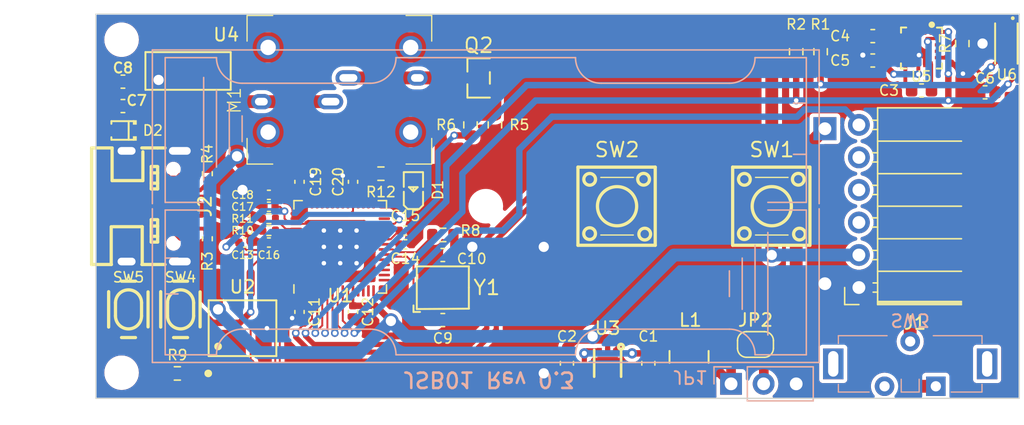
<source format=kicad_pcb>
(kicad_pcb (version 20221018) (generator pcbnew)
  (title_block (title "JSB01") (date "2023-09-04") (rev "0.3"))
  (layers (0 "F.Cu" signal) (31 "B.Cu" signal) (34 "B.Paste" user) (35 "F.Paste" user) (36 "B.SilkS" user "B.Silkscreen") (37 "F.SilkS" user "F.Silkscreen") (38 "B.Mask" user) (39 "F.Mask" user) (44 "Edge.Cuts" user))
  (net 0 "")
  (net 1 "Net-(Q2-G)")
  (net 2 "GND")
  (net 3 "Net-(U5-SETC)")
  (net 4 "Net-(U5-SETP)")
  (net 5 "Net-(JP1-C)")
  (net 6 "Net-(U5-C1)")
  (net 7 "Net-(JP1-A)")
  (net 8 "Net-(BT1-+)")
  (net 10 "Net-(U6-DVI)")
  (net 11 "XIN")
  (net 12 "Net-(Y1-OSC2)")
  (net 13 "+1V1")
  (net 14 "Net-(D1-A)")
  (net 15 "Net-(J2-CC1)")
  (net 19 "Net-(M1--)")
  (net 20 "SONAR_PW")
  (net 21 "SDA")
  (net 22 "SCL")
  (net 23 "VIB")
  (net 24 "SW1")
  (net 25 "SW2")
  (net 26 "+3V3")
  (net 27 "USB_DP")
  (net 28 "USB_DM")
  (net 30 "Net-(J2-CC2)")
  (net 32 "Net-(U3-SW)")
  (net 33 "XOUT")
  (net 34 "Net-(R9-Pad1)")
  (net 35 "QSPI_SS")
  (net 36 "Net-(U1-USB_DP)")
  (net 37 "Net-(U1-GPIO25)")
  (net 38 "Net-(U1-USB_DM)")
  (net 39 "RESET")
  (net 40 "unconnected-(U1-GPIO3-Pad5)")
  (net 65 "QSPI_SD3")
  (net 66 "QSPI_SCLK")
  (net 67 "QSPI_SD0")
  (net 68 "QSPI_SD2")
  (net 69 "QSPI_SD1")
  (net 76 "Net-(D2-K)")
  (net 77 "Net-(D2-A)")
  (footprint "Resistor_SMD:R_0603_1608Metric" (layer "F.Cu") (at 47.625 35.56 180)
    (fp_text reference "R12")
    (fp_text value "470")
  )
  (footprint "Capacitor_SMD:C_0603_1608Metric" (layer "F.Cu") (at 27.505 30.28 180)
    (fp_text reference "C7")
    (fp_text value "10uF")
  )
  (footprint "JSB01_Lib:OSC-SMD_4P-L3.2-W2.5" (layer "F.Cu") (at 52.451 44.45)
    (fp_text reference "Y1")
    (fp_text value "TAXM12M4RLBDDT2T" hide)
  )
  (footprint "JSB01_Lib:PinSocket_1x06_P2.54mm_Horizontal" (layer "F.Cu") (at 84.9 38.1 180)
    (fp_text reference "J1")
    (fp_text value "MB10XX Sonar")
  )
  (footprint "Capacitor_SMD:C_0603_1608Metric" (layer "F.Cu") (at 52.451 46.99 180)
    (fp_text reference "C9")
    (fp_text value "33p")
  )
  (footprint "Jumper:SolderJumper-2_P1.3mm_Open_RoundedPad1.0x1.5mm" (layer "F.Cu") (at 76.835 48.895 180)
    (fp_text reference "JP2")
    (fp_text value "SolderJumper_2_Open")
  )
  (footprint "JSB01_Lib:IND-SMD_L3.0-W3.0_VLS3010ET" (layer "F.Cu") (at 71.655 49.865 -90)
    (fp_text reference "L1")
    (fp_text value "3.3μH")
  )
  (footprint "Capacitor_SMD:C_0603_1608Metric" (layer "F.Cu") (at 89.785 29.0635 180)
    (fp_text reference "C3")
    (fp_text value "0.22uF")
  )
  (footprint "Capacitor_SMD:C_0402_1005Metric" (layer "F.Cu") (at 41.275 36.195 90)
    (fp_text reference "C19")
    (fp_text value "100n")
  )
  (footprint "Resistor_SMD:R_0603_1608Metric" (layer "F.Cu") (at 80.01 26.035 -90)
    (fp_text reference "R2")
    (fp_text value "10KΩ")
  )
  (footprint "Capacitor_SMD:C_0603_1608Metric" (layer "F.Cu") (at 85.982 24.8185 180)
    (fp_text reference "C4")
    (fp_text value "0.1uF")
  )
  (footprint "JSB01_Lib:LED0603-RD_GREEN" (layer "F.Cu") (at 50.165 36.83 90)
    (fp_text reference "D1")
    (fp_text value "LED" hide)
  )
  (footprint "JSB01_Lib:SOD-323_L1.8-W1.3-LS2.5-RD" (layer "F.Cu") (at 27.505 32.185 180)
    (fp_text reference "D2")
    (fp_text value "NSR0320MW2T1G" hide)
  )
  (footprint "JSB01_Lib:Tactile Switch_SMD" (layer "F.Cu") (at 78.105 38.1)
    (fp_text reference "SW1")
    (fp_text value "Tactile" hide)
  )
  (footprint "Capacitor_SMD:C_0402_1005Metric" (layer "F.Cu") (at 38.8875 37.215 180)
    (fp_text reference "C18")
    (fp_text value "100n")
  )
  (footprint "JSB01_Lib:AO3400A" (layer "F.Cu") (at 55.245 28.084)
    (fp_text reference "Q2")
    (fp_text value "AO3400A" hide)
  )
  (footprint "Capacitor_SMD:C_0402_1005Metric" (layer "F.Cu") (at 41.275 46.355 -90)
    (fp_text reference "C11")
    (fp_text value "100n")
  )
  (footprint "JSB01_Lib:LGA-16_L3.0-W3.0-P0.50-BL_SQ" (layer "F.Cu") (at 89.785 25.7535 180)
    (fp_text reference "U5")
    (fp_text value "QMC5883L(0x0D)")
  )
  (footprint "Resistor_SMD:R_0402_1005Metric" (layer "F.Cu") (at 34.09 40.64 -90)
    (fp_text reference "R3")
    (fp_text value "5.1K")
  )
  (footprint "JSB01_Lib:WSOF-6_L2.6-W1.6-P0.50-TL-EP" (layer "F.Cu") (at 96.4 25.4 -90)
    (fp_text reference "U6")
    (fp_text value "BH1750FVI(0x23)")
  )
  (footprint "Capacitor_SMD:C_0402_1005Metric" (layer "F.Cu") (at 49.53 40.005)
    (fp_text reference "C15")
    (fp_text value "100n")
  )
  (footprint "Resistor_SMD:R_0603_1608Metric" (layer "F.Cu") (at 52.451 40.345 180)
    (fp_text reference "R8")
    (fp_text value "1K")
  )
  (footprint "Capacitor_SMD:C_0603_1608Metric" (layer "F.Cu") (at 94.742 29.21 180)
    (fp_text reference "C6")
    (fp_text value "1uF")
  )
  (footprint "JSB01_Lib:LD14" (layer "F.Cu") (at 44.385 29.01 90)
    (fp_text reference "M1")
    (fp_text value "LD14")
  )
  (footprint "JSB01_Lib:KEY-SMD_4P-L4.2-W3.2" (layer "F.Cu") (at 27.94 46.155 -90)
    (fp_text reference "SW5")
    (fp_text value "SKRPABE010" hide)
  )
  (footprint "Resistor_SMD:R_0603_1608Metric" (layer "F.Cu") (at 31.75 51.155)
    (fp_text reference "R9")
    (fp_text value "1k")
  )
  (footprint "Resistor_SMD:R_0402_1005Metric" (layer "F.Cu") (at 38.8875 40.005)
    (fp_text reference "R10")
    (fp_text value "27.4")
  )
  (footprint "JSB01_Lib:WSON-6_L2.0-W2.0-P0.65-BL-EP" (layer "F.Cu") (at 65.305 50.365 180)
    (fp_text reference "U3")
    (fp_text value "TPS61291DRVR")
  )
  (footprint "Capacitor_SMD:C_0402_1005Metric" (layer "F.Cu") (at 38.8875 38.145 180)
    (fp_text reference "C17")
    (fp_text value "100n")
  )
  (footprint "JSB01_Lib:KEY-SMD_4P-L4.2-W3.2" (layer "F.Cu") (at 32 46.155 -90)
    (fp_text reference "SW4")
    (fp_text value "SKRPABE010" hide)
  )
  (footprint "Resistor_SMD:R_0603_1608Metric" (layer "F.Cu") (at 92.964 25.4 -90)
    (fp_text reference "R7")
    (fp_text value "1K")
  )
  (footprint "Resistor_SMD:R_0402_1005Metric" (layer "F.Cu") (at 34.09 35.56 90)
    (fp_text reference "R4")
    (fp_text value "5.1K")
  )
  (footprint "Capacitor_SMD:C_0603_1608Metric" (layer "F.Cu") (at 62.13 50.365 -90)
    (fp_text reference "C2")
    (fp_text value "22uF")
  )
  (footprint "Resistor_SMD:R_0603_1608Metric" (layer "F.Cu") (at 81.915 26.035 -90)
    (fp_text reference "R1")
    (fp_text value "10KΩ")
  )
  (footprint "JSB01_Lib:SOP-8-208mil" (layer "F.Cu") (at 36.83 47.625)
    (fp_text reference "U2")
    (fp_text value "W25Q128JVSIQ" hide)
  )
  (footprint "JSB01_Lib:USB-C-SMD_TYPE-C-16P-1" (layer "F.Cu") (at 30.2 38.1 -90)
    (fp_text reference "J2")
    (fp_text value "USB_C_Receptacle_USB2.0" hide)
  )
  (footprint "JSB01_Lib:RP2040-QFN-56" (layer "F.Cu") (at 44.45 41.275 90)
    (fp_text reference "U1")
    (fp_text value "RP2040")
  )
  (footprint "JSB01_Lib:Tactile Switch_SMD" (layer "F.Cu") (at 66.04 38.1)
    (fp_text reference "SW2")
    (fp_text value "Tactile" hide)
  )
  (footprint "Capacitor_SMD:C_0402_1005Metric" (layer "F.Cu") (at 38.89 40.935 180)
    (fp_text reference "C16")
    (fp_text value "100n")
  )
  (footprint "Capacitor_SMD:C_0402_1005Metric" (layer "F.Cu") (at 37.03 40.935)
    (fp_text reference "C13")
    (fp_text value "100n")
  )
  (footprint "Capacitor_SMD:C_0603_1608Metric" (layer "F.Cu") (at 68.48 50.365 -90)
    (fp_text reference "C1")
    (fp_text value "10uF")
  )
  (footprint "MountingHole:MountingHole_2.2mm_M2" (layer "F.Cu") (at 27.4 25.1)
    (fp_text reference "REF**" hide)
    (fp_text value "MountingHole_2.2mm_M2")
  )
  (footprint "JSB01_Lib:SOT-223-3_L6.5-W3.4" (layer "F.Cu") (at 32.585 27.64 -90)
    (fp_text reference "U4")
    (fp_text value "AMS1117-3.3" hide)
  )
  (footprint "Capacitor_SMD:C_0402_1005Metric" (layer "F.Cu") (at 49.53 41.075)
    (fp_text reference "C14")
    (fp_text value "100n")
  )
  (footprint "MountingHole:MountingHole_2.2mm_M2" (layer "F.Cu") (at 27.4 51.1)
    (fp_text reference "REF**" hide)
    (fp_text value "MountingHole_2.2mm_M2")
  )
  (footprint "Capacitor_SMD:C_0402_1005Metric" (layer "F.Cu") (at 45.45 46.355 -90)
    (fp_text reference "C12")
    (fp_text value "100n")
  )
  (footprint "Capacitor_SMD:C_0402_1005Metric" (layer "F.Cu") (at 45.45 36.195 90)
    (fp_text reference "C20")
    (fp_text value "100n")
  )
  (footprint "Resistor_SMD:R_0603_1608Metric" (layer "F.Cu") (at 54.61 31.75 90)
    (fp_text reference "R6")
    (fp_text value "20KΩ")
  )
  (footprint "Capacitor_SMD:C_0603_1608Metric" (layer "F.Cu") (at 27.505 28.375 180)
    (fp_text reference "C8")
    (fp_text value "10uF")
  )
  (footprint "Capacitor_SMD:C_0603_1608Metric" (layer "F.Cu") (at 85.982 26.7235 180)
    (fp_text reference "C5")
    (fp_text value "4.7uF")
  )
  (footprint "Capacitor_SMD:C_0603_1608Metric" (layer "F.Cu") (at 52.451 41.91)
    (fp_text reference "C10")
    (fp_text value "33p")
  )
  (footprint "Resistor_SMD:R_0603_1608Metric" (layer "F.Cu") (at 56.515 31.75 -90)
    (fp_text reference "R5")
    (fp_text value "100KΩ")
  )
  (footprint "Resistor_SMD:R_0402_1005Metric" (layer "F.Cu") (at 38.8875 39.075)
    (fp_text reference "R11")
    (fp_text value "27.4")
  )
  (footprint "JSB01_Lib:BatteryHolder SN4-2PC" (layer "B.Cu") (at 55.8 38.1)
    (fp_text reference "BT1" hide)
    (fp_text value "2xAAA")
  )
  (footprint "JSB01_Lib:Jumper_1x03_P2.54mm" (layer "B.Cu") (at 77.47 51.97)
    (fp_text reference "JP1")
    (fp_text value "for measure I/V")
  )
  (footprint "JSB01_Lib:SW_Slide_ESD1752" (layer "B.Cu") (at 88.9 50.41)
    (fp_text reference "SW3")
    (fp_text value "Slide")
  )
  (gr_rect (start 25.4 23.1) (end 97.4 53.1) (stroke (width 0.1)) (fill none) (layer "Edge.Cuts"))
  (gr_text "JSB01 Rev 0.3" (at 62.865 51.635 180) (layer "B.SilkS") (effects (font (size 1.2 1.2) (thickness 0.2) bold) (justify right mirror)))
  (segment (start 56.515 30.925) (end 56.515 29.4) (width 1) (layer "F.Cu") (net 1))
  (segment (start 54.61 30.925) (end 56.515 30.925) (width 1) (layer "F.Cu") (net 1))
  (segment (start 60.325 41.894324) (end 61.84 40.35) (width 1) (layer "F.Cu") (net 2))
  (segment (start 41.275 46.835) (end 40.6 46.835) (width 0.5) (layer "F.Cu") (net 2))
  (segment (start 61.413674 52.265) (end 67.5 52.265) (width 1) (layer "F.Cu") (net 2))
  (segment (start 30.285 30.61) (end 30.285 28.24) (width 1) (layer "F.Cu") (net 2))
  (segment (start 50.168 39.847) (end 50.01 40.005) (width 0.5) (layer "F.Cu") (net 2))
  (segment (start 89.085 26.7235) (end 89.06 26.7485) (width 0.25) (layer "F.Cu") (net 2))
  (segment (start 85.207 26.0885) (end 85.207 26.303) (width 0.5) (layer "F.Cu") (net 2))
  (segment (start 62.13 51.635) (end 62.765 52.27) (width 1) (layer "F.Cu") (net 2))
  (segment (start 85.207 26.0885) (end 85.207 24.8185) (width 1) (layer "F.Cu") (net 2))
  (segment (start 60.325 51.147002) (end 41.622002 51.147002) (width 1) (layer "F.Cu") (net 2))
  (segment (start 50.01 40.005) (end 50.01 41.075) (width 0.5) (layer "F.Cu") (net 2))
  (segment (start 82.305 40.35) (end 82.305 44.095) (width 1.2) (layer "F.Cu") (net 2))
  (segment (start 82.305 44.095) (end 82.25 44.15) (width 1.2) (layer "F.Cu") (net 2))
  (segment (start 29.015 44.055) (end 29.015 42.615) (width 1) (layer "F.Cu") (net 2))
  (segment (start 60.302678 51.14) (end 60.295676 51.147002) (width 1) (layer "F.Cu") (net 2))
  (segment (start 86.995 29.845) (end 85.207 28.057) (width 1) (layer "F.Cu") (net 2))
  (segment (start 40.283 49.808) (end 41.622002 51.147002) (width 0.4) (layer "F.Cu") (net 2))
  (segment (start 60.295676 51.147002) (end 61.413674 52.265) (width 1) (layer "F.Cu") (net 2))
  (segment (start 95.9 23.973) (end 95.9 24.9) (width 0.3) (layer "F.Cu") (net 2))
  (segment (start 67.5 52.265) (end 68.425 51.34) (width 1) (layer "F.Cu") (net 2))
  (segment (start 38.4075 38.145) (end 38.4075 37.215) (width 0.5) (layer "F.Cu") (net 2))
  (segment (start 85.207 28.057) (end 85.207 26.7235) (width 1) (layer "F.Cu") (net 2))
  (segment (start 51.676 43.25) (end 51.351 43.575) (width 0.5) (layer "F.Cu") (net 2))
  (segment (start 36.776356 40.14973) (end 35.146874 40.14973) (width 0.4) (layer "F.Cu") (net 2))
  (segment (start 37.51 40.935) (end 37.51 40.685) (width 0.4) (layer "F.Cu") (net 2))
  (segment (start 82.25 44.15) (end 84.6 44.15) (width 1.2) (layer "F.Cu") (net 2))
  (segment (start 53.226 47.739) (end 52.72 48.245) (width 0.5) (layer "F.Cu") (net 2))
  (segment (start 29.21 42.42) (end 31.94 42.42) (width 1) (layer "F.Cu") (net 2))
  (segment (start 84.6 44.15) (end 84.9 44.45) (width 1.2) (layer "F.Cu") (net 2))
  (segment (start 51.755 43.575) (end 51.351 43.575) (width 0.3) (layer "F.Cu") (net 2))
  (segment (start 31.844573 46.67) (end 30.165 46.67) (width 1) (layer "F.Cu") (net 2))
  (segment (start 38.41 40.935) (end 37.51 40.935) (width 0.5) (layer "F.Cu") (net 2))
  (segment (start 65.305 51.34) (end 65.955 51.34) (width 0.5) (layer "F.Cu") (net 2))
  (segment (start 93.015 27.75) (end 93.015 29.21) (width 1) (layer "F.Cu") (net 2))
  (segment (start 92.019214 31.115) (end 86.995 31.115) (width 1) (layer "F.Cu") (net 2))
  (segment (start 27.79 33.78) (end 31.94 33.78) (width 1) (layer "F.Cu") (net 2))
  (segment (start 33.075 48.255) (end 33.075 47.900427) (width 1) (layer "F.Cu") (net 2))
  (segment (start 33.94 41.3) (end 34.09 41.15) (width 0.5) (layer "F.Cu") (net 2))
  (segment (start 33.94 34.9) (end 34.09 35.05) (width 0.5) (layer "F.Cu") (net 2))
  (segment (start 47.8875 42.275) (end 48.384619 42.275) (width 0.15) (layer "F.Cu") (net 2))
  (segment (start 40.283 47.252) (end 40.283 49.808) (width 0.4) (layer "F.Cu") (net 2))
  (segment (start 90.035 26.453) (end 89.785 26.3) (width 0.3) (layer "F.Cu") (net 2))
  (segment (start 32.61 34.9) (end 33.94 34.9) (width 0.5) (layer "F.Cu") (net 2))
  (segment (start 89.06 26.9915) (end 89.035 27.0165) (width 0.25) (layer "F.Cu") (net 2))
  (segment (start 89.06 26.7485) (end 89.06 26.9915) (width 0.25) (layer "F.Cu") (net 2))
  (segment (start 85.207 26.7235) (end 85.207 26.0885) (width 1) (layer "F.Cu") (net 2))
  (segment (start 53.551 45.325) (end 53.505 45.325) (width 0.3) (layer "F.Cu") (net 2))
  (segment (start 53.551 45.325) (end 53.551 46.665) (width 0.5) (layer "F.Cu") (net 2))
  (segment (start 65.755 51.24) (end 65.755 50.915) (width 0.5) (layer "F.Cu") (net 2))
  (segment (start 56.96 32.575) (end 57.715 31.82) (width 1) (layer "F.Cu") (net 2))
  (segment (start 31.94 33.78) (end 31.94 34.23) (width 0.5) (layer "F.Cu") (net 2))
  (segment (start 38.735 47.625) (end 38.735 51.155) (width 0.75) (layer "F.Cu") (net 2))
  (segment (start 65.305 50.365) (end 65.305 51.34) (width 0.5) (layer "F.Cu") (net 2))
  (segment (start 62.765 52.27) (end 65.05 52.27) (width 1) (layer "F.Cu") (net 2))
  (segment (start 51.676 41.91) (end 51.676 43.25) (width 0.5) (layer "F.Cu") (net 2))
  (segment (start 48.384619 42.275) (end 49.53 43.420381) (width 0.15) (layer "F.Cu") (net 2))
  (segment (start 54.751 41.416) (end 54.61 41.275) (width 0.5) (layer "F.Cu") (net 2))
  (segment (start 27.455 33.445) (end 27.79 33.78) (width 0.5) (layer "F.Cu") (net 2))
  (segment (start 45.45 35.715) (end 44.65 35.715) (width 0.5) (layer "F.Cu") (net 2))
  (segment (start 93.015 30.119214) (end 92.019214 31.115) (width 1) (layer "F.Cu") (net 2))
  (segment (start 46.86 48.245) (end 45.45 46.835) (width 0.5) (layer "F.Cu") (net 2))
  (segment (start 26.73 30.28) (end 27.4 31.005) (width 0.5) (layer "F.Cu") (net 2))
  (segment (start 53.551 46.665) (end 53.226 46.99) (width 0.5) (layer "F.Cu") (net 2))
  (segment (start 57.715 27.87) (end 56.979 27.134) (width 1) (layer "F.Cu") (net 2))
  (segment (start 57.715 31.82) (end 57.715 27.87) (width 1) (layer "F.Cu") (net 2))
  (segment (start 90.035 27.0165) (end 90.035 26.453) (width 0.3) (layer "F.Cu") (net 2))
  (segment (start 84.9 44.45) (end 86.995 42.355) (width 1) (layer "F.Cu") (net 2))
  (segment (start 49.53 48.245) (end 46.86 48.245) (width 0.5) (layer "F.Cu") (net 2))
  (segment (start 27.4 31.005) (end 27.4 33.445) (width 0.5) (layer "F.Cu") (net 2))
  (segment (start 56.515 32.575) (end 52.165 36.925) (width 1) (layer "F.Cu") (net 2))
  (segment (start 53.551 45.325) (end 54.751 45.325) (width 0.5) (layer "F.Cu") (net 2))
  (segment (start 41.275 35.715) (end 42.25 35.715) (width 0.5) (layer "F.Cu") (net 2))
  (segment (start 65.725 51.34) (end 68.425 51.34) (width 1) (layer "F.Cu") (net 2))
  (segment (start 68.28 51.34) (end 68.48 51.14) (width 0.5) (layer "F.Cu") (net 2))
  (segment (start 96.4 23.973) (end 96.4 25.4) (width 0.3) (layer "F.Cu") (net 2))
  (segment (start 56.515 32.575) (end 56.96 32.575) (width 1) (layer "F.Cu") (net 2))
  (segment (start 32.61 41.75) (end 31.94 42.42) (width 0.5) (layer "F.Cu") (net 2))
  (segment (start 56.979 27.134) (end 56.1825 27.134) (width 1) (layer "F.Cu") (net 2))
  (segment (start 53.226 46.99) (end 53.226 47.739) (width 0.5) (layer "F.Cu") (net 2))
  (segment (start 40.7 46.835) (end 40.283 47.252) (width 0.4) (layer "F.Cu") (net 2))
  (segment (start 49.53 43.420381) (end 49.53 48.245) (width 0.5) (layer "F.Cu") (net 2))
  (segment (start 51.461 37.629) (end 50.168 37.629) (width 1) (layer "F.Cu") (net 2))
  (segment (start 93.967 29.21) (end 93.015 29.21) (width 1) (layer "F.Cu") (net 2))
  (segment (start 94.542 25.4) (end 96.4 25.4) (width 1) (layer "F.Cu") (net 2))
  (segment (start 89.3485 26.3) (end 89.085 26.4665) (width 0.25) (layer "F.Cu") (net 2))
  (segment (start 65.305 52.015) (end 65.305 51.34) (width 0.5) (layer "F.Cu") (net 2))
  (segment (start 31.94 34.23) (end 32.61 34.9) (width 0.5) (layer "F.Cu") (net 2))
  (segment (start 33.78 33.78) (end 36.83 36.83) (width 0.75) (layer "F.Cu") (net 2))
  (segment (start 27.79 42.42) (end 29.21 42.42) (width 1) (layer "F.Cu") (net 2))
  (segment (start 38.4075 37.215) (end 37.215 37.215) (width 0.5) (layer "F.Cu") (net 2))
  (segment (start 61.84 40.35) (end 70.24 40.35) (width 1) (layer "F.Cu") (net 2))
  (segment (start 50.168 37.629) (end 50.168 39.847) (width 0.5) (layer "F.Cu") (net 2))
  (segment (start 30.165 46.67) (end 29.21 47.625) (width 1) (layer "F.Cu") (net 2))
  (segment (start 86.995 31.115) (end 86.995 29.845) (width 1) (layer "F.Cu") (net 2))
  (segment (start 32.61 41.3) (end 32.61 41.75) (width 0.5) (layer "F.Cu") (net 2))
  (segment (start 37.51 40.685) (end 37.091562 40.266562) (width 0.4) (layer "F.Cu") (net 2))
  (segment (start 31.94 33.78) (end 33.78 33.78) (width 0.75) (layer "F.Cu") (net 2))
  (segment (start 70.24 40.35) (end 73.905 40.35) (width 1.2) (layer "F.Cu") (net 2))
  (segment (start 95.9 23.973) (end 96.4 23.973) (width 0.3) (layer "F.Cu") (net 2))
  (segment (start 89.085 26.4665) (end 89.085 26.7235) (width 0.25) (layer "F.Cu") (net 2))
  (segment (start 33.075 47.900427) (end 31.844573 46.67) (width 1) (layer "F.Cu") (net 2))
  (segment (start 33.075 44.055) (end 33.075 43.555) (width 1) (layer "F.Cu") (net 2))
  (segment (start 54.751 39.511) (end 52.165 36.925) (width 0.5) (layer "F.Cu") (net 2))
  (segment (start 60.325 51.147002) (end 60.325 41.91) (width 1) (layer "F.Cu") (net 2))
  (segment (start 53.455 45.375) (end 51.705 43.8) (width 0.4) (layer "F.Cu") (net 2))
  (segment (start 37.215 37.215) (end 36.83 36.83) (width 0.5) (layer "F.Cu") (net 2))
  (segment (start 52.165 36.925) (end 51.461 37.629) (width 1) (layer "F.Cu") (net 2))
  (segment (start 62.13 51.14) (end 60.302678 51.14) (width 1) (layer "F.Cu") (net 2))
  (segment (start 37.091562 40.266562) (end 36.776356 40.14973) (width 0.4) (layer "F.Cu") (net 2))
  (segment (start 54.751 45.325) (end 54.751 39.511) (width 0.5) (layer "F.Cu") (net 2))
  (segment (start 86.995 42.355) (end 86.995 31.115) (width 1) (layer "F.Cu") (net 2))
  (segment (start 33.075 43.555) (end 31.94 42.42) (width 1) (layer "F.Cu") (net 2))
  (segment (start 26.73 28.375) (end 26.73 30.28) (width 0.75) (layer "F.Cu") (net 2))
  (segment (start 35.146874 40.14973) (end 34.146604 41.15) (width 0.4) (layer "F.Cu") (net 2))
  (segment (start 52.72 48.245) (end 49.53 48.245) (width 0.5) (layer "F.Cu") (net 2))
  (segment (start 32.61 41.3) (end 33.94 41.3) (width 0.5) (layer "F.Cu") (net 2))
  (segment (start 60.325 41.91) (end 60.295676 41.894324) (width 1) (layer "F.Cu") (net 2))
  (segment (start 34.146604 41.15) (end 34.09 41.15) (width 0.4) (layer "F.Cu") (net 2))
  (segment (start 93.015 29.21) (end 93.015 30.119214) (width 1) (layer "F.Cu") (net 2))
  (via (at 30.285 28.24) (size 1.2) (drill 0.8) (layers "F.Cu" "B.Cu") (net 2))
  (via (at 60.325 41.275) (size 1.2) (drill 0.8) (layers "F.Cu" "B.Cu") (net 2))
  (via (at 94.542 25.4) (size 1.2) (drill 0.8) (layers "F.Cu" "B.Cu") (net 2))
  (via (at 93.015 27.75) (size 0.6) (drill 0.35) (layers "F.Cu" "B.Cu") (net 2))
  (via (at 60.325 51.147002) (size 1.2) (drill 0.8) (layers "F.Cu" "B.Cu") (net 2))
  (via (at 42.25 35.715) (size 0.6) (drill 0.35) (layers "F.Cu" "B.Cu") (net 2))
  (via (at 85.207 26.303) (size 0.6) (drill 0.4) (layers "F.Cu" "B.Cu") (net 2))
  (via (at 36.83 36.83) (size 1.2) (drill 0.8) (layers "F.Cu" "B.Cu") (net 2))
  (via (at 38.735 47.625) (size 0.6) (drill 0.35) (layers "F.Cu" "B.Cu") (net 2))
  (via (at 40.7 46.835) (size 0.6) (drill 0.35) (layers "F.Cu" "B.Cu") (net 2))
  (via (at 54.751 41.275) (size 1.2) (drill 0.8) (layers "F.Cu" "B.Cu") (net 2))
  (via (at 44.65 35.715) (size 0.6) (drill 0.35) (layers "F.Cu" "B.Cu") (net 2))
  (via (at 89.585 26.303) (size 0.6) (drill 0.35) (layers "F.Cu" "B.Cu") (net 2))
  (segment (start 30.285 32.125) (end 31.94 33.78) (width 1) (layer "B.Cu") (net 2))
  (segment (start 90.5595 23.7405) (end 92.185661 23.7405) (width 0.5) (layer "B.Cu") (net 2))
  (segment (start 27.79 33.78) (end 27.79 42.42) (width 1) (layer "B.Cu") (net 2))
  (segment (start 94.542 25.4) (end 93.2 25.4) (width 0.75) (layer "B.Cu") (net 2))
  (segment (start 54.751 41.275) (end 60.325 41.275) (width 1) (layer "B.Cu") (net 2))
  (segment (start 39.525 46.835) (end 38.735 47.625) (width 0.75) (layer "B.Cu") (net 2))
  (segment (start 31.94 33.78) (end 32.525 34.365) (width 1) (layer "B.Cu") (net 2))
  (segment (start 93.015 25.4) (end 93.015 27.75) (width 0.5) (layer "B.Cu") (net 2))
  (segment (start 37.945 35.715) (end 36.83 36.83) (width 0.5) (layer "B.Cu") (net 2))
  (segment (start 89.52 26.238) (end 89.52 24.78) (width 0.5) (layer "B.Cu") (net 2))
  (segment (start 85.207 26.303) (end 89.585 26.303) (width 0.5) (layer "B.Cu") (net 2))
  (segment (start 30.285 28.24) (end 30.285 32.125) (width 1) (layer "B.Cu") (net 2))
  (segment (start 89.52 24.78) (end 90.5595 23.7405) (width 0.5) (layer "B.Cu") (net 2))
  (segment (start 32.525 34.365) (end 32.525 41.835) (width 1) (layer "B.Cu") (net 2))
  (segment (start 32.525 41.835) (end 31.94 42.42) (width 1) (layer "B.Cu") (net 2))
  (segment (start 42.25 35.715) (end 37.945 35.715) (width 0.5) (layer "B.Cu") (net 2))
  (segment (start 92.185661 23.7405) (end 93.015 24.569839) (width 0.5) (layer "B.Cu") (net 2))
  (segment (start 40.6 46.835) (end 39.525 46.835) (width 0.75) (layer "B.Cu") (net 2))
  (segment (start 80.01 51.97) (end 80.01 46.39) (width 1) (layer "B.Cu") (net 2))
  (segment (start 89.585 26.303) (end 89.52 26.238) (width 0.5) (layer "B.Cu") (net 2))
  (segment (start 80.01 46.39) (end 82.25 44.15) (width 1) (layer "B.Cu") (net 2))
  (segment (start 93.015 24.569839) (end 93.015 24.9) (width 0.5) (layer "B.Cu") (net 2))
  (segment (start 42.25 35.715) (end 44.65 35.715) (width 0.5) (layer "B.Cu") (net 2))
  (segment (start 93.015 24.9) (end 93.015 25.4) (width 0.5) (layer "B.Cu") (net 2))
  (segment (start 90.535 27.0165) (end 90.535 29.0385) (width 0.3) (layer "F.Cu") (net 3))
  (segment (start 90.535 29.0385) (end 90.56 29.0635) (width 0.3) (layer "F.Cu") (net 3))
  (segment (start 89.01 29.0635) (end 88.522 28.5755) (width 0.3) (layer "F.Cu") (net 4))
  (segment (start 88.522 28.5755) (end 88.522 26.6) (width 0.3) (layer "F.Cu") (net 4))
  (segment (start 77.485 48.895) (end 80.01 48.895) (width 1) (layer "F.Cu") (net 5))
  (segment (start 77.485 48.895) (end 77.485 51.955) (width 0.75) (layer "F.Cu") (net 5))
  (segment (start 77.485 51.955) (end 77.47 51.97) (width 0.75) (layer "F.Cu") (net 5))
  (segment (start 89.625 52.16) (end 90.9 52.16) (width 1) (layer "F.Cu") (net 5))
  (segment (start 80.01 48.895) (end 80.645 48.26) (width 1) (layer "F.Cu") (net 5))
  (segment (start 85.725 48.26) (end 89.625 52.16) (width 1) (layer "F.Cu") (net 5))
  (segment (start 80.645 48.26) (end 85.725 48.26) (width 1) (layer "F.Cu") (net 5))
  (segment (start 89.535 27.7935) (end 89.535 27.0165) (width 0.3) (layer "F.Cu") (net 6))
  (segment (start 86.757 26.9205) (end 87.63 27.7935) (width 0.5) (layer "F.Cu") (net 6))
  (segment (start 86.757 26.7235) (end 86.757 26.9205) (width 0.5) (layer "F.Cu") (net 6))
  (via (at 89.535 27.7935) (size 0.6) (drill 0.35) (layers "F.Cu" "B.Cu") (net 6))
  (via (at 87.63 27.7935) (size 0.6) (drill 0.35) (layers "F.Cu" "B.Cu") (net 6))
  (segment (start 89.535 27.7935) (end 87.63 27.7935) (width 0.5) (layer "B.Cu") (net 6))
  (segment (start 70.45 51.065) (end 71.655 51.065) (width 0.5) (layer "F.Cu") (net 7))
  (segment (start 68.48 49.59) (end 68.975 49.59) (width 0.5) (layer "F.Cu") (net 7))
  (segment (start 75.565 48.895) (end 74.93 49.53) (width 0.75) (layer "F.Cu") (net 7))
  (segment (start 64.655 51.34) (end 64.055 51.34) (width 0.4) (layer "F.Cu") (net 7))
  (segment (start 74.025 51.065) (end 74.93 51.97) (width 0.75) (layer "F.Cu") (net 7))
  (segment (start 68.975 49.59) (end 70.45 51.065) (width 0.5) (layer "F.Cu") (net 7))
  (segment (start 74.93 49.53) (end 74.93 51.97) (width 0.75) (layer "F.Cu") (net 7))
  (segment (start 63.4878 49.59) (end 63.6878 49.39) (width 0.4) (layer "F.Cu") (net 7))
  (segment (start 63.6878 49.39) (end 64.655 49.39) (width 0.4) (layer "F.Cu") (net 7))
  (segment (start 67.35 49.59) (end 67.21 49.73) (width 0.5) (layer "F.Cu") (net 7))
  (segment (start 64.055 51.34) (end 63.4878 50.7728) (width 0.4) (layer "F.Cu") (net 7))
  (segment (start 68.48 49.59) (end 67.35 49.59) (width 0.5) (layer "F.Cu") (net 7))
  (segment (start 63.4878 50.7728) (end 63.4878 49.59) (width 0.4) (layer "F.Cu") (net 7))
  (segment (start 71.655 51.065) (end 74.025 51.065) (width 0.75) (layer "F.Cu") (net 7))
  (segment (start 76.185 48.895) (end 75.565 48.895) (width 0.75) (layer "F.Cu") (net 7))
  (via (at 67.21 49.59) (size 0.8) (drill 0.4) (layers "F.Cu" "B.Cu") (net 7))
  (via (at 63.4878 49.59) (size 0.8) (drill 0.4) (layers "F.Cu" "B.Cu") (net 7))
  (segment (start 63.4878 49.59) (end 67.21 49.59) (width 0.5) (layer "B.Cu") (net 7))
  (segment (start 88.9 46.99) (end 88.9 48.66) (width 1) (layer "F.Cu") (net 8))
  (segment (start 80.01 45.72) (end 80.645 46.355) (width 1) (layer "F.Cu") (net 8))
  (segment (start 88.265 46.355) (end 88.9 46.99) (width 1) (layer "F.Cu") (net 8))
  (segment (start 82.25 32.05) (end 80.01 34.29) (width 1) (layer "F.Cu") (net 8))
  (segment (start 80.01 34.29) (end 80.01 45.72) (width 1) (layer "F.Cu") (net 8))
  (segment (start 80.645 46.355) (end 88.265 46.355) (width 1) (layer "F.Cu") (net 8))
  (segment (start 95.517 29.21) (end 95.517 28.09) (width 0.3) (layer "F.Cu") (net 10))
  (segment (start 95.517 28.09) (end 95.504 28.09) (width 0.3) (layer "F.Cu") (net 10))
  (segment (start 92.964 26.225) (end 92.964 26.324) (width 0.3) (layer "F.Cu") (net 10))
  (segment (start 92.964 26.324) (end 94.615 27.975) (width 0.3) (layer "F.Cu") (net 10))
  (segment (start 96.4 27.4195) (end 95.8445 27.975) (width 0.3) (layer "F.Cu") (net 10))
  (segment (start 95.8445 27.975) (end 94.615 27.975) (width 0.3) (layer "F.Cu") (net 10))
  (segment (start 96.4 26.827) (end 96.4 27.4195) (width 0.3) (layer "F.Cu") (net 10))
  (segment (start 48.458127 41.875) (end 48.623507 42.040381) (width 0.15) (layer "F.Cu") (net 11))
  (segment (start 49.660381 42.040381) (end 50.165 42.545) (width 0.15) (layer "F.Cu") (net 11))
  (segment (start 48.623507 42.040381) (end 49.660381 42.040381) (width 0.15) (layer "F.Cu") (net 11))
  (segment (start 50.405 45.325) (end 51.351 45.325) (width 0.15) (layer "F.Cu") (net 11))
  (segment (start 51.676 46.99) (end 51.676 45.65) (width 0.5) (layer "F.Cu") (net 11))
  (segment (start 50.165 42.545) (end 50.165 45.085) (width 0.15) (layer "F.Cu") (net 11))
  (segment (start 47.8875 41.875) (end 48.458127 41.875) (width 0.15) (layer "F.Cu") (net 11))
  (segment (start 50.165 45.085) (end 50.405 45.325) (width 0.15) (layer "F.Cu") (net 11))
  (segment (start 53.276 40.345) (end 53.276 41.86) (width 0.5) (layer "F.Cu") (net 12))
  (segment (start 53.276 41.86) (end 53.226 41.91) (width 0.5) (layer "F.Cu") (net 12))
  (segment (start 53.226 43.25) (end 53.551 43.575) (width 0.5) (layer "F.Cu") (net 12))
  (segment (start 53.226 41.91) (end 53.226 43.25) (width 0.5) (layer "F.Cu") (net 12))
  (segment (start 47.8875 40.675) (end 47.025 40.675) (width 0.15) (layer "F.Cu") (net 13))
  (segment (start 48.384619 40.675) (end 49.05 40.009619) (width 0.15) (layer "F.Cu") (net 13))
  (segment (start 39.726899 41.475) (end 39.681899 41.52) (width 0.15) (layer "F.Cu") (net 13))
  (segment (start 41.0125 39.475) (end 40.515381 39.475) (width 0.15) (layer "F.Cu") (net 13))
  (segment (start 49.05 40.009619) (end 49.05 40.005) (width 0.15) (layer "F.Cu") (net 13))
  (segment (start 46.4 40.64) (end 46.4 39.415) (width 0.3) (layer "F.Cu") (net 13))
  (segment (start 39.3675 38.145) (end 39.755 38.145) (width 0.15) (layer "F.Cu") (net 13))
  (segment (start 36.55 40.935) (end 35.9 40.935) (width 0.15) (layer "F.Cu") (net 13))
  (segment (start 46.31 39.325) (end 41.955 39.325) (width 0.3) (layer "F.Cu") (net 13))
  (segment (start 41.0125 39.475) (end 41.805 39.475) (width 0.15) (layer "F.Cu") (net 13))
  (segment (start 46.4 40.69) (end 46.99 40.69) (width 0.3) (layer "F.Cu") (net 13))
  (segment (start 47.8875 40.675) (end 48.384619 40.675) (width 0.15) (layer "F.Cu") (net 13))
  (segment (start 40.515381 39.475) (end 40.105 39.064619) (width 0.15) (layer "F.Cu") (net 13))
  (segment (start 41.955 39.325) (end 41.805 39.4) (width 0.3) (layer "F.Cu") (net 13))
  (segment (start 39.755 38.145) (end 40.105 38.495) (width 0.15) (layer "F.Cu") (net 13))
  (segment (start 41.0125 41.475) (end 39.726899 41.475) (width 0.15) (layer "F.Cu") (net 13))
  (segment (start 39.681899 41.52) (end 37.135 41.52) (width 0.15) (layer "F.Cu") (net 13))
  (segment (start 35.9 40.935) (end 35.56 41.275) (width 0.15) (layer "F.Cu") (net 13))
  (segment (start 40.105 39.064619) (end 40.105 38.495) (width 0.15) (layer "F.Cu") (net 13))
  (segment (start 37.135 41.52) (end 36.55 40.935) (width 0.15) (layer "F.Cu") (net 13))
  (segment (start 46.4 39.415) (end 46.31 39.325) (width 0.3) (layer "F.Cu") (net 13))
  (via (at 40.105 38.495) (size 0.6) (drill 0.35) (layers "F.Cu" "B.Cu") (net 13))
  (via (at 35.56 41.275) (size 0.6) (drill 0.35) (layers "F.Cu" "B.Cu") (net 13))
  (segment (start 38.34 38.495) (end 35.56 41.275) (width 0.5) (layer "B.Cu") (net 13))
  (segment (start 40.105 38.495) (end 38.34 38.495) (width 0.5) (layer "B.Cu") (net 13))
  (segment (start 48.45 35.56) (end 49.691 35.56) (width 0.3) (layer "F.Cu") (net 14))
  (segment (start 49.691 35.56) (end 50.162 36.031) (width 0.3) (layer "F.Cu") (net 14))
  (segment (start 33.535 36.85) (end 34.09 36.295) (width 0.3) (layer "F.Cu") (net 15))
  (segment (start 34.09 36.295) (end 34.09 36.07) (width 0.3) (layer "F.Cu") (net 15))
  (segment (start 32.61 36.85) (end 33.535 36.85) (width 0.3) (layer "F.Cu") (net 15))
  (segment (start 52.07 28.084) (end 54.3075 28.084) (width 1) (layer "F.Cu") (net 19))
  (segment (start 50.4704 28.084) (end 52.07 28.084) (width 1) (layer "F.Cu") (net 19))
  (segment (start 52.07 28.084) (end 45.085 28.084) (width 1) (layer "F.Cu") (net 19))
  (segment (start 44.65 47.04) (end 44.65 44.7125) (width 0.15) (layer "F.Cu") (net 20))
  (segment (start 45.555 48.006) (end 45.555 47.945) (width 0.15) (layer "F.Cu") (net 20))
  (segment (start 45.555 47.841) (end 45.555 48.006) (width 0.15) (layer "F.Cu") (net 20))
  (segment (start 45.555 47.945) (end 44.65 47.04) (width 0.15) (layer "F.Cu") (net 20))
  (via (at 45.555 48.006) (size 0.6) (drill 0.35) (layers "F.Cu" "B.Cu") (net 20))
  (segment (start 83.82 30.545) (end 84.9 31.625) (width 0.5) (layer "B.Cu") (net 20))
  (segment (start 45.555 48.006) (end 53.556 40.005) (width 0.5) (layer "B.Cu") (net 20))
  (segment (start 58.42 33.655) (end 60.96 31.115) (width 0.5) (layer "B.Cu") (net 20))
  (segment (start 80.645 30.545) (end 83.82 30.545) (width 0.5) (layer "B.Cu") (net 20))
  (segment (start 57.15 40.005) (end 58.42 38.735) (width 0.5) (layer "B.Cu") (net 20))
  (segment (start 53.556 40.005) (end 57.15 40.005) (width 0.5) (layer "B.Cu") (net 20))
  (segment (start 60.96 31.115) (end 80.075 31.115) (width 0.5) (layer "B.Cu") (net 20))
  (segment (start 84.9 31.625) (end 84.9 31.75) (width 0.5) (layer "B.Cu") (net 20))
  (segment (start 80.075 31.115) (end 80.645 30.545) (width 0.5) (layer "B.Cu") (net 20))
  (segment (start 58.42 38.735) (end 58.42 33.655) (width 0.5) (layer "B.Cu") (net 20))
  (segment (start 81.915 26.86) (end 81.915 28.575) (width 0.5) (layer "F.Cu") (net 21))
  (segment (start 91.011 25.0035) (end 90.2 25.0035) (width 0.25) (layer "F.Cu") (net 21))
  (segment (start 95.618 26.827) (end 95.205 27.24) (width 0.3) (layer "F.Cu") (net 21))
  (segment (start 95.9 26.827) (end 95.618 26.827) (width 0.3) (layer "F.Cu") (net 21))
  (segment (start 95.9 26.827) (end 95.9 26.845) (width 0.3) (layer "F.Cu") (net 21))
  (segment (start 43.85 44.7125) (end 43.85 47.825) (width 0.15) (layer "F.Cu") (net 21))
  (segment (start 43.85 47.825) (end 44.031 48.006) (width 0.15) (layer "F.Cu") (net 21))
  (via (at 81.915 28.575) (size 0.6) (drill 0.35) (layers "F.Cu" "B.Cu") (net 21))
  (via (at 90.27 25.25) (size 0.6) (drill 0.35) (layers "F.Cu" "B.Cu") (net 21))
  (via (at 95.205 27.24) (size 0.6) (drill 0.35) (layers "F.Cu" "B.Cu") (net 21))
  (via (at 44.031 48.006) (size 0.6) (drill 0.35) (layers "F.Cu" "B.Cu") (net 21))
  (segment (start 81.8465 28.6435) (end 59.69 28.6435) (width 0.5) (layer "B.Cu") (net 21))
  (segment (start 52.72 34.925) (end 59.0015 28.6435) (width 0.5) (layer "B.Cu") (net 21))
  (segment (start 59.0015 28.6435) (end 59.69 28.6435) (width 0.5) (layer "B.Cu") (net 21))
  (segment (start 81.915 28.575) (end 81.8465 28.6435) (width 0.5) (layer "B.Cu") (net 21))
  (segment (start 44.031 46.423238) (end 52.72 37.734239) (width 0.5) (layer "B.Cu") (net 21))
  (segment (start 90.335 25.315) (end 90.335 28.4785) (width 0.5) (layer "B.Cu") (net 21))
  (segment (start 93.8015 28.6435) (end 81.9835 28.6435) (width 0.5) (layer "B.Cu") (net 21))
  (segment (start 81.9835 28.6435) (end 81.915 28.575) (width 0.5) (layer "B.Cu") (net 21))
  (segment (start 44.031 48.006) (end 44.031 46.423238) (width 0.5) (layer "B.Cu") (net 21))
  (segment (start 52.72 37.734239) (end 52.72 34.925) (width 0.5) (layer "B.Cu") (net 21))
  (segment (start 59.69 28.6435) (end 58.9865 28.6435) (width 0.5) (layer "B.Cu") (net 21))
  (segment (start 95.205 27.24) (end 93.8015 28.6435) (width 0.5) (layer "B.Cu") (net 21))
  (segment (start 90.27 25.25) (end 90.335 25.315) (width 0.5) (layer "B.Cu") (net 21))
  (segment (start 90.535 24.4905) (end 91.875 24.4905) (width 0.3) (layer "F.Cu") (net 22))
  (segment (start 96.9 28.195) (end 96.52 28.575) (width 0.3) (layer "F.Cu") (net 22))
  (segment (start 44.25 44.7125) (end 44.25 47.411827) (width 0.15) (layer "F.Cu") (net 22))
  (segment (start 80.01 26.86) (end 80.01 29.845) (width 0.5) (layer "F.Cu") (net 22))
  (segment (start 44.793 47.954827) (end 44.793 48.006) (width 0.15) (layer "F.Cu") (net 22))
  (segment (start 44.25 47.411827) (end 44.793 47.954827) (width 0.15) (layer "F.Cu") (net 22))
  (segment (start 96.9 26.827) (end 96.9 28.195) (width 0.3) (layer "F.Cu") (net 22))
  (segment (start 91.875 27.75) (end 91.875 29.845) (width 0.5) (layer "F.Cu") (net 22))
  (via (at 96.52 28.575) (size 0.6) (drill 0.35) (layers "F.Cu" "B.Cu") (net 22))
  (via (at 91.875 29.845) (size 0.6) (drill 0.35) (layers "F.Cu" "B.Cu") (net 22))
  (via (at 91.875 27.75) (size 0.6) (drill 0.35) (layers "F.Cu" "B.Cu") (net 22))
  (via (at 91.875 24.4905) (size 0.6) (drill 0.35) (layers "F.Cu" "B.Cu") (net 22))
  (via (at 44.793 48.006) (size 0.6) (drill 0.35) (layers "F.Cu" "B.Cu") (net 22))
  (via (at 80.01 29.845) (size 0.6) (drill 0.35) (layers "F.Cu" "B.Cu") (net 22))
  (segment (start 96.52 28.575) (end 95.25 29.845) (width 0.5) (layer "B.Cu") (net 22))
  (segment (start 95.25 29.845) (end 92.075 29.845) (width 0.5) (layer "B.Cu") (net 22))
  (segment (start 92.075 29.845) (end 80.01 29.845) (width 0.5) (layer "B.Cu") (net 22))
  (segment (start 44.793 48.006) (end 44.793 47.707339) (width 0.5) (layer "B.Cu") (net 22))
  (segment (start 91.875 24.4905) (end 91.875 27.75) (width 0.5) (layer "B.Cu") (net 22))
  (segment (start 44.793 47.707339) (end 53.975 38.525339) (width 0.5) (layer "B.Cu") (net 22))
  (segment (start 53.975 35.56) (end 59.69 29.845) (width 0.5) (layer "B.Cu") (net 22))
  (segment (start 59.69 29.845) (end 80.01 29.845) (width 0.5) (layer "B.Cu") (net 22))
  (segment (start 53.975 38.525339) (end 53.975 35.56) (width 0.5) (layer "B.Cu") (net 22))
  (segment (start 43.05 47.411827) (end 42.507 47.954827) (width 0.15) (layer "F.Cu") (net 23))
  (segment (start 53.34 32.575) (end 54.61 32.575) (width 0.5) (layer "F.Cu") (net 23))
  (segment (start 43.05 44.7125) (end 43.05 47.411827) (width 0.15) (layer "F.Cu") (net 23))
  (segment (start 42.507 47.954827) (end 42.507 48.006) (width 0.15) (layer "F.Cu") (net 23))
  (via (at 53.34 32.575) (size 0.6) (drill 0.35) (layers "F.Cu" "B.Cu") (net 23))
  (via (at 42.507 48.006) (size 0.6) (drill 0.35) (layers "F.Cu" "B.Cu") (net 23))
  (segment (start 42.507 47.028) (end 52.07 37.465) (width 0.4) (layer "B.Cu") (net 23))
  (segment (start 52.07 37.465) (end 52.07 33.845) (width 0.4) (layer "B.Cu") (net 23))
  (segment (start 52.07 33.845) (end 53.34 32.575) (width 0.4) (layer "B.Cu") (net 23))
  (segment (start 42.507 48.006) (end 42.507 47.028) (width 0.4) (layer "B.Cu") (net 23))
  (segment (start 59.903528 37.465) (end 72.29 37.465) (width 0.4) (layer "F.Cu") (net 24))
  (segment (start 59.903528 37.465) (end 56.621764 40.746764) (width 0.4) (layer "F.Cu") (net 24))
  (segment (start 40.983 48.320478) (end 40.983 48.006) (width 0.4) (layer "F.Cu") (net 24))
  (segment (start 42.25 46.904) (end 42.25 44.7125) (width 0.15) (layer "F.Cu") (net 24))
  (segment (start 72.29 37.465) (end 73.905 35.85) (width 0.4) (layer "F.Cu") (net 24))
  (segment (start 41.506827 47.431) (end 41.723 47.431) (width 0.15) (layer "F.Cu") (net 24))
  (segment (start 40.983 48.006) (end 40.983 47.954827) (width 0.15) (layer "F.Cu") (net 24))
  (segment (start 56.621764 40.746764) (end 56.621764 47.731764) (width 0.4) (layer "F.Cu") (net 24))
  (segment (start 56.621764 47.731764) (end 54.858528 49.495) (width 0.4) (layer "F.Cu") (net 24))
  (segment (start 40.983 47.954827) (end 41.506827 47.431) (width 0.15) (layer "F.Cu") (net 24))
  (segment (start 41.723 47.431) (end 42.25 46.904) (width 0.15) (layer "F.Cu") (net 24))
  (segment (start 42.157522 49.495) (end 40.983 48.320478) (width 0.4) (layer "F.Cu") (net 24))
  (segment (start 54.858528 49.495) (end 42.157522 49.495) (width 0.4) (layer "F.Cu") (net 24))
  (via (at 40.983 48.006) (size 0.6) (drill 0.35) (layers "F.Cu" "B.Cu") (net 24))
  (segment (start 55.88 47.625) (end 55.88 40.64) (width 0.4) (layer "F.Cu") (net 25))
  (segment (start 41.745 48.006) (end 41.745 48.23395) (width 0.4) (layer "F.Cu") (net 25))
  (segment (start 60.67 35.85) (end 61.84 35.85) (width 0.4) (layer "F.Cu") (net 25))
  (segment (start 41.745 47.954827) (end 41.745 48.006) (width 0.15) (layer "F.Cu") (net 25))
  (segment (start 42.65 47.049827) (end 41.745 47.954827) (width 0.15) (layer "F.Cu") (net 25))
  (segment (start 41.745 48.23395) (end 42.40605 48.895) (width 0.4) (layer "F.Cu") (net 25))
  (segment (start 54.61 48.895) (end 55.88 47.625) (width 0.4) (layer "F.Cu") (net 25))
  (segment (start 42.65 44.7125) (end 42.65 47.049827) (width 0.15) (layer "F.Cu") (net 25))
  (segment (start 55.88 40.64) (end 60.67 35.85) (width 0.4) (layer "F.Cu") (net 25))
  (segment (start 42.40605 48.895) (end 54.61 48.895) (width 0.4) (layer "F.Cu") (net 25))
  (via (at 41.745 48.006) (size 0.6) (drill 0.35) (layers "F.Cu" "B.Cu") (net 25))
  (segment (start 41.275 36.675) (end 41.1225 36.8275) (width 0.75) (layer "F.Cu") (net 26))
  (segment (start 45.45 38.4675) (end 45.2425 38.675) (width 0.15) (layer "F.Cu") (net 26))
  (segment (start 79.4 23.495) (end 92.964 23.495) (width 0.5) (layer "F.Cu") (net 26))
  (segment (start 62.13 49.59) (end 62.13 49.095) (width 0.75) (layer "F.Cu") (net 26))
  (segment (start 47.8875 41.075) (end 49.05 41.075) (width 0.15) (layer "F.Cu") (net 26))
  (segment (start 92.964 23.495) (end 95.2 23.495) (width 0.5) (layer "F.Cu") (net 26))
  (segment (start 36.486 29.936) (end 38.2996 29.936) (width 1) (layer "F.Cu") (net 26))
  (segment (start 39.2475 36.0725) (end 39.2475 36.557061) (width 1) (layer "F.Cu") (net 26))
  (segment (start 39.37 40.935) (end 39.51 41.075) (width 0.15) (layer "F.Cu") (net 26))
  (segment (start 41.0125 39.075) (end 41.4525 39.075) (width 0.15) (layer "F.Cu") (net 26))
  (segment (start 80.01 25.21) (end 80.01 23.495) (width 0.5) (layer "F.Cu") (net 26))
  (segment (start 47.390381 41.075) (end 46.9875 41.477881) (width 0.15) (layer "F.Cu") (net 26))
  (segment (start 45.45 44.7125) (end 45.45 44.0825) (width 0.15) (layer "F.Cu") (net 26))
  (segment (start 28.28 28.375) (end 31.985 24.67) (width 1) (layer "F.Cu") (net 26))
  (segment (start 36.395 29.845) (end 36.395 34.178883) (width 1) (layer "F.Cu") (net 26))
  (segment (start 96.9 23.973) (end 96.9 23.3805) (width 0.3) (layer "F.Cu") (net 26))
  (segment (start 41.85 37.8375) (end 41.85 38.6775) (width 0.15) (layer "F.Cu") (net 26))
  (segment (start 41.85 37.25) (end 41.275 36.675) (width 0.15) (layer "F.Cu") (net 26))
  (segment (start 45.45 44.7125) (end 45.45 45.875) (width 0.2) (layer "F.Cu") (net 26))
  (segment (start 36.412913 34.196796) (end 36.395 34.214709) (width 1) (layer "F.Cu") (net 26))
  (segment (start 41.509619 41.075) (end 41.85 41.415381) (width 0.15) (layer "F.Cu") (net 26))
  (segment (start 34.925 44.095) (end 34.925 46.155) (width 0.75) (layer "F.Cu") (net 26))
  (segment (start 92.964 24.575) (end 92.964 24.638) (width 0.3) (layer "F.Cu") (net 26))
  (segment (start 38.2996 29.936) (end 43.685 29.936) (width 1) (layer "F.Cu") (net 26))
  (segment (start 36.395 34.214709) (end 36.395 34.29) (width 1) (layer "F.Cu") (net 26))
  (segment (start 39.51 41.075) (end 41.0125 41.075) (width 0.15) (layer "F.Cu") (net 26))
  (segment (start 91.948 26.162) (end 91.6065 26.5035) (width 0.3) (layer "F.Cu") (net 26))
  (segment (start 41.1225 36.8275) (end 39.3675 36.8275) (width 0.75) (layer "F.Cu") (net 26))
  (segment (start 45.1825 43.815) (end 41.85 43.815) (width 0.15) (layer "F.Cu") (net 26))
  (segment (start 41.0125 39.075) (end 40.6925 39.075) (width 0.15) (layer "F.Cu") (net 26))
  (segment (start 39.3675 36.8275) (end 39.3675 37.215) (width 0.75) (layer "F.Cu") (net 26))
  (segment (start 64.335 48.46) (end 65.305 48.46) (width 0.75) (layer "F.Cu") (net 26))
  (segment (start 39.37 40.935) (end 39.63 40.675) (width 0.15) (layer "F.Cu") (net 26))
  (segment (start 62.13 49.095) (end 62.765 48.46) (width 0.75) (layer "F.Cu") (net 26))
  (segment (start 41.85 41.415381) (end 41.85 43.815) (width 0.15) (layer "F.Cu") (net 26))
  (segment (start 41.85 45.3) (end 41.275 45.875) (width 0.15) (layer "F.Cu") (net 26))
  (segment (start 32.585 24.67) (end 36.395 28.28) (width 1) (layer "F.Cu") (net 26))
  (segment (start 45.45 44.0825) (end 45.1825 43.815) (width 0.15) (layer "F.Cu") (net 26))
  (segment (start 45.45 37.8375) (end 45.45 38.4675) (width 0.15) (layer "F.Cu") (net 26))
  (segment (start 96.9 23.3805) (end 96.89 23.3705) (width 0.3) (layer "F.Cu") (net 26))
  (segment (start 36.395 34.178883) (end 36.412913 34.196796) (width 1) (layer "F.Cu") (net 26))
  (segment (start 37.465 35.56) (end 38.735 35.56) (width 1) (layer "F.Cu") (net 26))
  (segment (start 45.2425 38.675) (end 41.8475 38.675) (width 0.15) (layer "F.Cu") (net 26))
  (segment (start 36.395 28.28) (end 36.395 29.845) (width 1) (layer "F.Cu") (net 26))
  (segment (start 38.735 35.56) (end 39.2475 36.0725) (width 1) (layer "F.Cu") (net 26))
  (segment (start 36.395 34.29) (end 37.465 35.56) (width 1) (layer "F.Cu") (net 26))
  (segment (start 45.45 37.8375) (end 45.45 36.675) (width 0.15) (layer "F.Cu") (net 26))
  (segment (start 47.8875 41.075) (end 47.390381 41.075) (width 0.15) (layer "F.Cu") (net 26))
  (segment (start 40.8275 38.675) (end 41.0125 38.675) (width 0.15) (layer "F.Cu") (net 26))
  (segment (start 41.0125 40.675) (end 41.8275 40.675) (width 0.15) (layer "F.Cu") (net 26))
  (segment (start 41.0125 41.075) (end 41.509619 41.075) (width 0.15) (layer "F.Cu") (net 26))
  (segment (start 41.85 37.8375) (end 41.85 37.25) (width 0.15) (layer "F.Cu") (net 26))
  (segment (start 89.035 24.4905) (end 89.035 23.63) (width 0.3) (layer "F.Cu") (net 26))
  (segment (start 41.85 41.415381) (end 41.85 40.6975) (width 0.15) (layer "F.Cu") (net 26))
  (segment (start 62.765 48.46) (end 63.935 48.46) (width 0.75) (layer "F.Cu") (net 26))
  (segment (start 41.85 43.815) (end 41.85 44.7125) (width 0.15) (layer "F.Cu") (net 26))
  (segment (start 96.89 23.3705) (end 95.3245 23.3705) (width 0.3) (layer "F.Cu") (net 26))
  (segment (start 41.85 38.6775) (end 41.8475 38.675) (width 0.15) (layer "F.Cu") (net 26))
  (segment (start 41.4525 39.075) (end 41.85 38.6775) (width 0.15) (layer "F.Cu") (net 26))
  (segment (start 92.964 24.638) (end 91.948 25.654) (width 0.3) (layer "F.Cu") (net 26))
  (segment (start 90.035 24.4905) (end 90.035 23.63) (width 0.3) (layer "F.Cu") (net 26))
  (segment (start 31.985 24.67) (end 32.585 24.67) (width 1) (layer "F.Cu") (net 26))
  (segment (start 32.585 24.67) (end 32.585 30.61) (width 1) (layer "F.Cu") (net 26))
  (segment (start 41.85 44.7125) (end 41.85 45.3) (width 0.15) (layer "F.Cu") (net 26))
  (segment (start 65.305 49.39) (end 65.305 48.46) (width 0.4) (layer "F.Cu") (net 26))
  (segment (start 47.215 45.875) (end 48.402109 47.062109) (width 0.5) (layer "F.Cu") (net 26))
  (segment (start 46.9875 41.477881) (end 46.9875 43.815) (width 0.15) (layer "F.Cu") (net 26))
  (segment (start 92.964 24.575) (end 92.964 23.495) (width 0.5) (layer "F.Cu") (net 26))
  (segment (start 41.8475 38.675) (end 41.0125 38.675) (width 0.15) (layer "F.Cu") (net 26))
  (segment (start 79.375 23.6) (end 78.105 24.6) (width 0.75) (layer "F.Cu") (net 26))
  (segment (start 91.6065 26.5035) (end 91.048 26.5035) (width 0.3) (layer "F.Cu") (net 26))
  (segment (start 78.105 41.91) (end 78.105 24.765) (width 1) (layer "F.Cu") (net 26))
  (segment (start 46.9875 43.815) (end 45.1825 43.815) (width 0.15) (layer "F.Cu") (net 26))
  (segment (start 41.8275 40.675) (end 41.85 40.6975) (width 0.15) (layer "F.Cu") (net 26))
  (segment (start 81.915 25.21) (end 81.915 23.495) (width 0.5) (layer "F.Cu") (net 26))
  (segment (start 39.63 40.675) (end 41.0125 40.675) (width 0.15) (layer "F.Cu") (net 26))
  (segment (start 86.757 24.8185) (end 86.757 23.733) (width 0.5) (layer "F.Cu") (net 26))
  (segment (start 45.45 45.875) (end 47.215 45.875) (width 0.5) (layer "F.Cu") (net 26))
  (segment (start 64.135 48.26) (end 64.335 48.46) (width 0.75) (layer "F.Cu") (net 26))
  (segment (start 91.948 25.654) (end 91.948 26.162) (width 0.3) (layer "F.Cu") (net 26))
  (segment (start 63.935 48.46) (end 64.135 48.26) (width 0.75) (layer "F.Cu") (net 26))
  (via (at 36.4 34.2) (size 1.2) (drill 0.8) (layers "F.Cu" "B.Cu") (net 26))
  (via (at 78.105 41.91) (size 1.2) (drill 0.8) (layers "F.Cu" "B.Cu") (net 26))
  (via (at 48.402109 47.062109) (size 1.2) (drill 0.8) (layers "F.Cu" "B.Cu") (net 26))
  (via (at 64.135 48.26) (size 1.2) (drill 0.8) (layers "F.Cu" "B.Cu") (net 26))
  (via (at 34.925 46.155) (size 1.2) (drill 0.8) (layers "F.Cu" "B.Cu") (net 26))
  (segment (start 34.29 45.52) (end 34.925 46.155) (width 1) (layer "B.Cu") (net 26))
  (segment (start 78.105 41.91) (end 70.485 41.91) (width 1) (layer "B.Cu") (net 26))
  (segment (start 84.9 41.91) (end 78.105 41.91) (width 1) (layer "B.Cu") (net 26))
  (segment (start 64.135 48.26) (end 49.6 48.26) (width 1) (layer "B.Cu") (net 26))
  (segment (start 36.285 34.2) (end 34.29 36.195) (width 1) (layer "B.Cu") (net 26))
  (segment (start 45.934218 49.53) (end 48.402109 47.062109) (width 1) (layer "B.Cu") (net 26))
  (segment (start 38.1 49.53) (end 45.934218 49.53) (width 1) (layer "B.Cu") (net 26))
  (segment (start 34.925 46.155) (end 34.925 46.355) (width 1) (layer "B.Cu") (net 26))
  (segment (start 36.4 34.2) (end 36.285 34.2) (width 1) (layer "B.Cu") (net 26))
  (segment (start 49.6 48.26) (end 48.402109 47.062109) (width 1) (layer "B.Cu") (net 26))
  (segment (start 34.29 36.195) (end 34.29 45.52) (width 1) (layer "B.Cu") (net 26))
  (segment (start 34.925 46.355) (end 38.1 49.53) (width 1) (layer "B.Cu") (net 26))
  (segment (start 70.485 41.91) (end 64.135 48.26) (width 1) (layer "B.Cu") (net 26))
  (segment (start 33.535 37.85) (end 32.61 37.85) (width 0.3) (layer "F.Cu") (net 27))
  (segment (start 33.655 38.85) (end 33.655 37.97) (width 0.3) (layer "F.Cu") (net 27))
  (segment (start 32.61 38.85) (end 33.655 38.85) (width 0.3) (layer "F.Cu") (net 27))
  (segment (start 33.8 38.3) (end 38.4 40.005) (width 0.6) (layer "F.Cu") (net 27))
  (segment (start 33.655 37.97) (end 33.535 37.85) (width 0.3) (layer "F.Cu") (net 27))
  (segment (start 38.3775 39.075) (end 34.05 37.45) (width 0.6) (layer "F.Cu") (net 28))
  (segment (start 31.685 37.4) (end 31.735 37.35) (width 0.3) (layer "F.Cu") (net 28))
  (segment (start 31.735 37.35) (end 32.61 37.35) (width 0.3) (layer "F.Cu") (net 28))
  (segment (start 31.735 38.35) (end 31.685 38.3) (width 0.3) (layer "F.Cu") (net 28))
  (segment (start 32.61 37.35) (end 34.175 37.35) (width 0.3) (layer "F.Cu") (net 28))
  (segment (start 31.685 38.3) (end 31.685 37.4) (width 0.3) (layer "F.Cu") (net 28))
  (segment (start 32.61 38.35) (end 31.735 38.35) (width 0.3) (layer "F.Cu") (net 28))
  (segment (start 33.81 39.85) (end 34.09 40.13) (width 0.3) (layer "F.Cu") (net 30))
  (segment (start 32.61 39.85) (end 33.81 39.85) (width 0.3) (layer "F.Cu") (net 30))
  (segment (start 66.68 48.665) (end 71.655 48.665) (width 0.5) (layer "F.Cu") (net 32))
  (segment (start 65.955 49.39) (end 66.68 48.665) (width 0.5) (layer "F.Cu") (net 32))
  (segment (start 48.768482 41.690381) (end 50.384619 41.690381) (width 0.15) (layer "F.Cu") (net 33))
  (segment (start 47.8875 41.475) (end 48.553101 41.475) (width 0.15) (layer "F.Cu") (net 33))
  (segment (start 51.626 40.449) (end 51.626 40.345) (width 0.15) (layer "F.Cu") (net 33))
  (segment (start 48.553101 41.475) (end 48.768482 41.690381) (width 0.15) (layer "F.Cu") (net 33))
  (segment (start 50.384619 41.690381) (end 51.626 40.449) (width 0.15) (layer "F.Cu") (net 33))
  (segment (start 30.925 51.155) (end 30.925 48.255) (width 0.5) (layer "F.Cu") (net 34))
  (segment (start 41.0125 43.875) (end 40.9875 43.85) (width 0.15) (layer "F.Cu") (net 35))
  (segment (start 39.17 52.905) (end 35.865 52.905) (width 0.15) (layer "F.Cu") (net 35))
  (segment (start 40.58 43.875) (end 40.07 44.385) (width 0.15) (layer "F.Cu") (net 35))
  (segment (start 41.0125 43.875) (end 40.58 43.875) (width 0.15) (layer "F.Cu") (net 35))
  (segment (start 40.07 46.149974) (end 39.735 46.484974) (width 0.15) (layer "F.Cu") (net 35))
  (segment (start 40.9875 43.85) (end 40.64 43.85) (width 0.15) (layer "F.Cu") (net 35))
  (segment (start 40.07 44.385) (end 40.07 46.149974) (width 0.15) (layer "F.Cu") (net 35))
  (segment (start 32.575 51.155) (end 34.925 51.155) (width 0.5) (layer "F.Cu") (net 35))
  (segment (start 35.865 52.905) (end 34.925 51.965) (width 0.15) (layer "F.Cu") (net 35))
  (segment (start 39.735 52.34) (end 39.17 52.905) (width 0.15) (layer "F.Cu") (net 35))
  (segment (start 39.735 46.484974) (end 39.735 52.34) (width 0.15) (layer "F.Cu") (net 35))
  (segment (start 34.925 51.965) (end 34.925 51.155) (width 0.15) (layer "F.Cu") (net 35))
  (segment (start 39.6675 40.275) (end 41.0125 40.275) (width 0.15) (layer "F.Cu") (net 36))
  (segment (start 39.3975 40.005) (end 39.6675 40.275) (width 0.15) (layer "F.Cu") (net 36))
  (segment (start 43.85 37.8375) (end 43.85 35.666471) (width 0.2) (layer "F.Cu") (net 37))
  (segment (start 46.165 34.925) (end 46.8 35.56) (width 0.2) (layer "F.Cu") (net 37))
  (segment (start 44.591471 34.925) (end 46.165 34.925) (width 0.2) (layer "F.Cu") (net 37))
  (segment (start 43.85 35.666471) (end 44.591471 34.925) (width 0.2) (layer "F.Cu") (net 37))
  (segment (start 40.1975 39.875) (end 41.0125 39.875) (width 0.15) (layer "F.Cu") (net 38))
  (segment (start 39.3975 39.075) (end 40.1975 39.875) (width 0.15) (layer "F.Cu") (net 38))
  (segment (start 33.02 45.734925) (end 34.490075 47.205) (width 0.5) (layer "F.Cu") (net 39))
  (segment (start 36.615 47.205) (end 37.465 46.355) (width 0.5) (layer "F.Cu") (net 39))
  (segment (start 26.865 44.055) (end 28.53 45.72) (width 0.5) (layer "F.Cu") (net 39))
  (segment (start 33.02 45.72) (end 33.02 45.734925) (width 0.5) (layer "F.Cu") (net 39))
  (segment (start 48.683101 39.475) (end 49.023101 39.135) (width 0.15) (layer "F.Cu") (net 39))
  (segment (start 49.023101 39.135) (end 49.05 39.135) (width 0.15) (layer "F.Cu") (net 39))
  (segment (start 28.53 45.72) (end 33.02 45.72) (width 0.5) (layer "F.Cu") (net 39))
  (segment (start 47.8875 39.475) (end 48.683101 39.475) (width 0.15) (layer "F.Cu") (net 39))
  (segment (start 34.490075 47.205) (end 36.615 47.205) (width 0.5) (layer "F.Cu") (net 39))
  (via (at 49.05 39.135) (size 0.6) (drill 0.35) (layers "F.Cu" "B.Cu") (net 39))
  (via (at 37.465 46.355) (size 0.6) (drill 0.35) (layers "F.Cu" "B.Cu") (net 39))
  (segment (start 37.465 40.64) (end 37.465 46.355) (width 0.4) (layer "B.Cu") (net 39))
  (segment (start 41.91 38.735) (end 41.275 39.37) (width 0.4) (layer "B.Cu") (net 39))
  (segment (start 48.65 38.735) (end 41.91 38.735) (width 0.4) (layer "B.Cu") (net 39))
  (segment (start 41.275 39.37) (end 38.735 39.37) (width 0.4) (layer "B.Cu") (net 39))
  (segment (start 49.05 39.135) (end 48.65 38.735) (width 0.4) (layer "B.Cu") (net 39))
  (segment (start 38.735 39.37) (end 37.465 40.64) (width 0.4) (layer "B.Cu") (net 39))
  (segment (start 43.45 44.7125) (end 43.45 47.825) (width 0.15) (layer "F.Cu") (net 40))
  (segment (start 43.45 47.825) (end 43.269 48.006) (width 0.15) (layer "F.Cu") (net 40))
  (via (at 43.269 48.006) (size 0.6) (drill 0.35) (layers "F.Cu" "B.Cu") (net 40))
  (segment (start 36.865 41.875) (end 36.195 42.545) (width 0.15) (layer "F.Cu") (net 65))
  (segment (start 36.195 44.73) (end 36.195 43.880025) (width 0.15) (layer "F.Cu") (net 65))
  (segment (start 36.195 42.545) (end 36.195 44.095) (width 0.15) (layer "F.Cu") (net 65))
  (segment (start 41.0125 41.875) (end 36.865 41.875) (width 0.15) (layer "F.Cu") (net 65))
  (segment (start 38.1 42.275) (end 37.465 42.91) (width 0.15) (layer "F.Cu") (net 66))
  (segment (start 37.465 42.91) (end 37.465 44.095) (width 0.15) (layer "F.Cu") (net 66))
  (segment (start 37.465 44.73) (end 37.465 43.760025) (width 0.15) (layer "F.Cu") (net 66))
  (segment (start 41.0125 42.275) (end 38.1 42.275) (width 0.15) (layer "F.Cu") (net 66))
  (segment (start 39.32 42.675) (end 41.0125 42.675) (width 0.15) (layer "F.Cu") (net 67))
  (segment (start 38.735 43.26) (end 39.32 42.675) (width 0.15) (layer "F.Cu") (net 67))
  (segment (start 38.735 44.095) (end 38.735 43.26) (width 0.15) (layer "F.Cu") (net 67))
  (segment (start 37.465 47.625) (end 37.465 51.155) (width 0.15) (layer "F.Cu") (net 68))
  (segment (start 40.11 43.075) (end 39.37 43.815) (width 0.15) (layer "F.Cu") (net 68))
  (segment (start 39.37 43.815) (end 39.37 45.72) (width 0.15) (layer "F.Cu") (net 68))
  (segment (start 41.0125 43.075) (end 40.11 43.075) (width 0.15) (layer "F.Cu") (net 68))
  (segment (start 39.37 45.72) (end 37.465 47.625) (width 0.15) (layer "F.Cu") (net 68))
  (segment (start 38.979386 52.555) (end 38.735 52.555) (width 0.15) (layer "F.Cu") (net 69))
  (segment (start 36.195 51.965) (end 36.195 51.155) (width 0.15) (layer "F.Cu") (net 69))
  (segment (start 41.0125 43.475) (end 40.345 43.475) (width 0.15) (layer "F.Cu") (net 69))
  (segment (start 39.385 52.149386) (end 38.979386 52.555) (width 0.15) (layer "F.Cu") (net 69))
  (segment (start 39.72 44.1) (end 39.72 46.005) (width 0.15) (layer "F.Cu") (net 69))
  (segment (start 38.979386 52.555) (end 36.935 52.555) (width 0.15) (layer "F.Cu") (net 69))
  (segment (start 39.72 46.005) (end 39.385 46.34) (width 0.15) (layer "F.Cu") (net 69))
  (segment (start 39.385 46.34) (end 39.385 52.149386) (width 0.15) (layer "F.Cu") (net 69))
  (segment (start 40.345 43.475) (end 39.72 44.1) (width 0.15) (layer "F.Cu") (net 69))
  (segment (start 36.195 51.815) (end 36.195 51.155) (width 0.15) (layer "F.Cu") (net 69))
  (segment (start 36.935 52.555) (end 36.195 51.815) (width 0.15) (layer "F.Cu") (net 69))
  (segment (start 34.885 32.245) (end 34.885 30.51) (width 0.75) (layer "F.Cu") (net 76))
  (segment (start 28.28 30.28) (end 28.28 31.787) (width 0.75) (layer "F.Cu") (net 76))
  (segment (start 34.605 32.605) (end 34.925 32.285) (width 0.75) (layer "F.Cu") (net 76))
  (segment (start 28.28 31.787) (end 28.678 32.185) (width 0.75) (layer "F.Cu") (net 76))
  (segment (start 28.678 32.2) (end 29.198 32.605) (width 0.75) (layer "F.Cu") (net 76))
  (segment (start 29.198 32.605) (end 34.605 32.605) (width 0.75) (layer "F.Cu") (net 76))
  (segment (start 31.056637 39.581332) (end 31.056637 36.068) (width 0.5) (layer "F.Cu") (net 77))
  (segment (start 26.332 32.185) (end 26.315 32.202) (width 0.75) (layer "F.Cu") (net 77))
  (segment (start 31.965305 35.7) (end 31.697305 35.968) (width 0.4) (layer "F.Cu") (net 77))
  (segment (start 32.61 35.7) (end 31.965305 35.7) (width 0.4) (layer "F.Cu") (net 77))
  (segment (start 32 40.55) (end 31.115 39.639695) (width 0.5) (layer "F.Cu") (net 77))
  (segment (start 32.61 40.5) (end 31.975305 40.5) (width 0.3) (layer "F.Cu") (net 77))
  (segment (start 26.315 34.57) (end 27.67 35.925) (width 0.75) (layer "F.Cu") (net 77))
  (segment (start 26.315 32.202) (end 26.315 34.57) (width 0.75) (layer "F.Cu") (net 77))
  (segment (start 31.115 39.639695) (end 31.056637 39.581332) (width 0.5) (layer "F.Cu") (net 77))
  (segment (start 31.697305 35.968) (end 31.597305 35.968) (width 0.3) (layer "F.Cu") (net 77))
  (segment (start 27.67 35.925) (end 30.9 35.925) (width 0.75) (layer "F.Cu") (net 77))
  (segment (start 31.056637 36.068) (end 31.056637 35.983363) (width 0.5) (layer "F.Cu") (net 77))
  (segment (start 31.597305 35.968) (end 31.056637 35.968) (width 0.5) (layer "F.Cu") (net 77))
  (zone (net 26) (net_name "+3V3") (layer "F.Cu") (priority 1) (connect_pads yes (clearance 0.3)) (min_thickness 0.3) (fill yes (thermal_gap 0.5) (thermal_bridge_width 0.5))
    (polygon (pts (xy 32.766 23.368) (xy 37.084 23.368) (xy 37.084 28.702) (xy 32.766 28.702)))
  )
  (zone (net 26) (net_name "+3V3") (layer "F.Cu") (priority 2) (connect_pads yes (clearance 0.25)) (min_thickness 0.25) (fill yes (thermal_gap 0.5) (thermal_bridge_width 0.5))
    (polygon (pts (xy 39.37 36.83) (xy 41.402 36.83) (xy 41.91 37.338) (xy 41.91 38.608) (xy 45.212 38.608) (xy 45.212 39.116) (xy 40.64 39.116) (xy 40.64 38.608) (xy 39.37 37.338)))
  )
  (zone (net 2) (net_name "GND") (layer "F.Cu") (connect_pads yes (clearance 0.3)) (min_thickness 0.3) (fill yes (thermal_gap 0.5) (thermal_bridge_width 0.5))
    (polygon (pts (xy 25.4 22.86) (xy 37.084 22.86) (xy 37.084 34.798) (xy 51.816 34.798) (xy 51.816 22.86) (xy 97.79 22.86) (xy 97.79 53.34) (xy 45.72 53.34) (xy 45.72 44.196) (xy 47.498 44.196) (xy 47.498 38.608) (xy 41.656 38.608) (xy 41.656 44.196) (xy 45.72 44.196) (xy 45.72 53.34) (xy 25.4 53.34)))
  )
  (zone (net 26) (net_name "+3V3") (layer "F.Cu") (priority 3) (connect_pads yes (clearance 0.25)) (min_thickness 0.25) (fill yes (thermal_gap 0.5) (thermal_bridge_width 0.5))
    (polygon (pts (xy 39.624 40.64) (xy 42.672 40.64) (xy 42.672 42.926) (xy 46.228 42.926) (xy 46.228 40.894) (xy 47.498 40.894) (xy 47.498 44.196) (xy 41.656 44.196) (xy 41.656 41.148) (xy 39.624 41.148)))
  )
  (zone (net 2) (net_name "GND") (layer "B.Cu") (priority 4) (connect_pads yes (clearance 0.3)) (min_thickness 0.3) (fill yes (thermal_gap 0.5) (thermal_bridge_width 0.5))
    (polygon (pts (xy 25.4 22.86) (xy 97.79 22.86) (xy 97.79 53.34) (xy 25.4 53.34)))
  )
)
</source>
